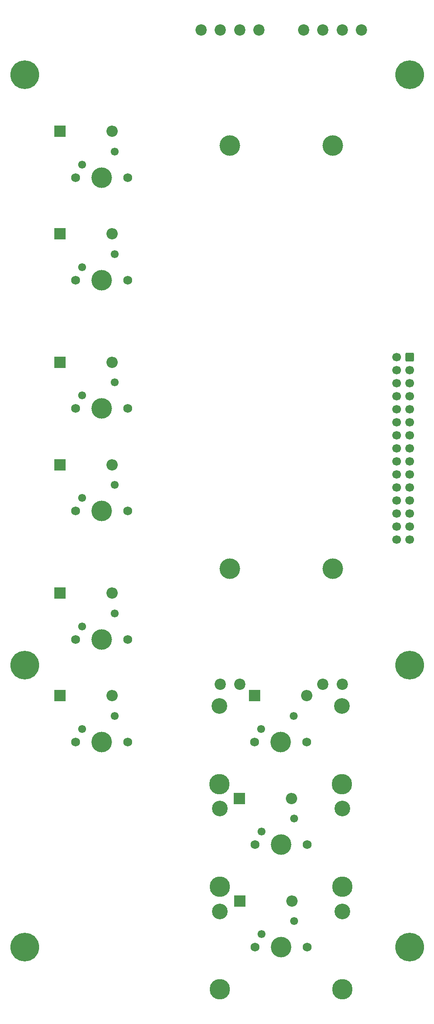
<source format=gbr>
%TF.GenerationSoftware,KiCad,Pcbnew,7.0.5*%
%TF.CreationDate,2023-07-03T18:50:33+02:00*%
%TF.ProjectId,Master_Board,4d617374-6572-45f4-926f-6172642e6b69,rev?*%
%TF.SameCoordinates,Original*%
%TF.FileFunction,Soldermask,Top*%
%TF.FilePolarity,Negative*%
%FSLAX46Y46*%
G04 Gerber Fmt 4.6, Leading zero omitted, Abs format (unit mm)*
G04 Created by KiCad (PCBNEW 7.0.5) date 2023-07-03 18:50:33*
%MOMM*%
%LPD*%
G01*
G04 APERTURE LIST*
G04 Aperture macros list*
%AMRoundRect*
0 Rectangle with rounded corners*
0 $1 Rounding radius*
0 $2 $3 $4 $5 $6 $7 $8 $9 X,Y pos of 4 corners*
0 Add a 4 corners polygon primitive as box body*
4,1,4,$2,$3,$4,$5,$6,$7,$8,$9,$2,$3,0*
0 Add four circle primitives for the rounded corners*
1,1,$1+$1,$2,$3*
1,1,$1+$1,$4,$5*
1,1,$1+$1,$6,$7*
1,1,$1+$1,$8,$9*
0 Add four rect primitives between the rounded corners*
20,1,$1+$1,$2,$3,$4,$5,0*
20,1,$1+$1,$4,$5,$6,$7,0*
20,1,$1+$1,$6,$7,$8,$9,0*
20,1,$1+$1,$8,$9,$2,$3,0*%
G04 Aperture macros list end*
%ADD10C,4.000000*%
%ADD11C,1.750000*%
%ADD12C,1.550000*%
%ADD13C,3.048000*%
%ADD14C,3.987800*%
%ADD15R,2.200000X2.200000*%
%ADD16O,2.200000X2.200000*%
%ADD17C,2.200000*%
%ADD18C,5.600000*%
%ADD19RoundRect,0.250000X0.600000X0.600000X-0.600000X0.600000X-0.600000X-0.600000X0.600000X-0.600000X0*%
%ADD20C,1.700000*%
G04 APERTURE END LIST*
D10*
%TO.C,SW2*%
X70000000Y-170000000D03*
D11*
X64920000Y-170000000D03*
D12*
X72540000Y-164920000D03*
X66190000Y-167460000D03*
D11*
X75080000Y-170000000D03*
%TD*%
D13*
%TO.C,REF\u002A\u002A*%
X81938000Y-183015000D03*
X58062000Y-183015000D03*
D14*
X81938000Y-198225000D03*
X58062000Y-198225000D03*
%TD*%
D10*
%TO.C,SW7*%
X35000000Y-85000000D03*
D11*
X29920000Y-85000000D03*
D12*
X31190000Y-82460000D03*
X37540000Y-79920000D03*
D11*
X40080000Y-85000000D03*
%TD*%
D10*
%TO.C,SW5*%
X35000000Y-40000000D03*
D12*
X37540000Y-34920000D03*
X31190000Y-37460000D03*
D11*
X40080000Y-40000000D03*
X29920000Y-40000000D03*
%TD*%
D15*
%TO.C,D10*%
X26840000Y-141000000D03*
D16*
X37000000Y-141000000D03*
%TD*%
D17*
%TO.C,RV2*%
X78120000Y-11250000D03*
X74370000Y-11250000D03*
X78120000Y-138750000D03*
X81880000Y-11250000D03*
X85630000Y-11250000D03*
X81880000Y-138750000D03*
D10*
X80000000Y-33750000D03*
X80000000Y-116250000D03*
%TD*%
D12*
%TO.C,SW8*%
X37540000Y-99920000D03*
D11*
X29920000Y-105000000D03*
D12*
X31190000Y-102460000D03*
D10*
X35000000Y-105000000D03*
D11*
X40080000Y-105000000D03*
%TD*%
D18*
%TO.C,H5*%
X95000000Y-190000000D03*
%TD*%
D15*
%TO.C,D3*%
X61920000Y-181000000D03*
D16*
X72080000Y-181000000D03*
%TD*%
D12*
%TO.C,SW10*%
X31190000Y-147460000D03*
D11*
X29920000Y-150000000D03*
D10*
X35000000Y-150000000D03*
D12*
X37540000Y-144920000D03*
D11*
X40080000Y-150000000D03*
%TD*%
D13*
%TO.C,REF\u002A\u002A*%
X81858000Y-143015000D03*
X57982000Y-143015000D03*
D14*
X81858000Y-158225000D03*
X57982000Y-158225000D03*
%TD*%
D15*
%TO.C,D8*%
X26840000Y-96000000D03*
D16*
X37000000Y-96000000D03*
%TD*%
D11*
%TO.C,SW6*%
X40080000Y-60000000D03*
D10*
X35000000Y-60000000D03*
D12*
X31190000Y-57460000D03*
X37540000Y-54920000D03*
D11*
X29920000Y-60000000D03*
%TD*%
D18*
%TO.C,H3*%
X95000000Y-135000000D03*
%TD*%
D10*
%TO.C,SW1*%
X69920000Y-150000000D03*
D11*
X64840000Y-150000000D03*
X75000000Y-150000000D03*
D12*
X72460000Y-144920000D03*
X66110000Y-147460000D03*
%TD*%
D13*
%TO.C,REF\u002A\u002A*%
X81938000Y-163015000D03*
X58062000Y-163015000D03*
D14*
X81938000Y-178225000D03*
X58062000Y-178225000D03*
%TD*%
D15*
%TO.C,D1*%
X64840000Y-141000000D03*
D16*
X75000000Y-141000000D03*
%TD*%
D12*
%TO.C,SW9*%
X37540000Y-124920000D03*
D11*
X40080000Y-130000000D03*
X29920000Y-130000000D03*
D10*
X35000000Y-130000000D03*
D12*
X31190000Y-127460000D03*
%TD*%
D17*
%TO.C,RV1*%
X58120000Y-11250000D03*
X54370000Y-11250000D03*
X58120000Y-138750000D03*
X61880000Y-11250000D03*
X65630000Y-11250000D03*
X61880000Y-138750000D03*
D10*
X60000000Y-116250000D03*
X60000000Y-33750000D03*
%TD*%
D18*
%TO.C,H2*%
X95000000Y-20000000D03*
%TD*%
%TO.C,H1*%
X20000000Y-135000000D03*
%TD*%
%TO.C,H4*%
X20000000Y-20000000D03*
%TD*%
D15*
%TO.C,D7*%
X26840000Y-76000000D03*
D16*
X37000000Y-76000000D03*
%TD*%
D18*
%TO.C,H6*%
X20000000Y-190000000D03*
%TD*%
D15*
%TO.C,D2*%
X61840000Y-161000000D03*
D16*
X72000000Y-161000000D03*
%TD*%
D15*
%TO.C,D9*%
X26840000Y-121000000D03*
D16*
X37000000Y-121000000D03*
%TD*%
D15*
%TO.C,D6*%
X26840000Y-51000000D03*
D16*
X37000000Y-51000000D03*
%TD*%
D11*
%TO.C,SW3*%
X75080000Y-190000000D03*
D12*
X72540000Y-184920000D03*
D11*
X64920000Y-190000000D03*
D12*
X66190000Y-187460000D03*
D10*
X70000000Y-190000000D03*
%TD*%
D15*
%TO.C,D5*%
X26840000Y-31000000D03*
D16*
X37000000Y-31000000D03*
%TD*%
D19*
%TO.C,J1*%
X95000000Y-75000000D03*
D20*
X92460000Y-75000000D03*
X95000000Y-77540000D03*
X92460000Y-77540000D03*
X95000000Y-80080000D03*
X92460000Y-80080000D03*
X95000000Y-82620000D03*
X92460000Y-82620000D03*
X95000000Y-85160000D03*
X92460000Y-85160000D03*
X95000000Y-87700000D03*
X92460000Y-87700000D03*
X95000000Y-90240000D03*
X92460000Y-90240000D03*
X95000000Y-92780000D03*
X92460000Y-92780000D03*
X95000000Y-95320000D03*
X92460000Y-95320000D03*
X95000000Y-97860000D03*
X92460000Y-97860000D03*
X95000000Y-100400000D03*
X92460000Y-100400000D03*
X95000000Y-102940000D03*
X92460000Y-102940000D03*
X95000000Y-105480000D03*
X92460000Y-105480000D03*
X95000000Y-108020000D03*
X92460000Y-108020000D03*
X95000000Y-110560000D03*
X92460000Y-110560000D03*
%TD*%
M02*

</source>
